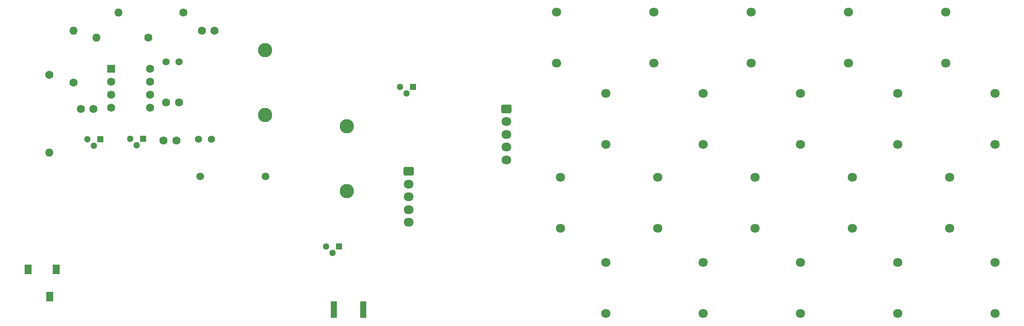
<source format=gts>
G04 #@! TF.GenerationSoftware,KiCad,Pcbnew,9.0.1*
G04 #@! TF.CreationDate,2025-04-11T16:06:49-05:00*
G04 #@! TF.ProjectId,Soundlaser,536f756e-646c-4617-9365-722e6b696361,rev?*
G04 #@! TF.SameCoordinates,Original*
G04 #@! TF.FileFunction,Soldermask,Top*
G04 #@! TF.FilePolarity,Negative*
%FSLAX46Y46*%
G04 Gerber Fmt 4.6, Leading zero omitted, Abs format (unit mm)*
G04 Created by KiCad (PCBNEW 9.0.1) date 2025-04-11 16:06:49*
%MOMM*%
%LPD*%
G01*
G04 APERTURE LIST*
G04 Aperture macros list*
%AMRoundRect*
0 Rectangle with rounded corners*
0 $1 Rounding radius*
0 $2 $3 $4 $5 $6 $7 $8 $9 X,Y pos of 4 corners*
0 Add a 4 corners polygon primitive as box body*
4,1,4,$2,$3,$4,$5,$6,$7,$8,$9,$2,$3,0*
0 Add four circle primitives for the rounded corners*
1,1,$1+$1,$2,$3*
1,1,$1+$1,$4,$5*
1,1,$1+$1,$6,$7*
1,1,$1+$1,$8,$9*
0 Add four rect primitives between the rounded corners*
20,1,$1+$1,$2,$3,$4,$5,0*
20,1,$1+$1,$4,$5,$6,$7,0*
20,1,$1+$1,$6,$7,$8,$9,0*
20,1,$1+$1,$8,$9,$2,$3,0*%
G04 Aperture macros list end*
%ADD10C,1.800000*%
%ADD11C,1.600000*%
%ADD12O,1.600000X1.600000*%
%ADD13RoundRect,0.250000X-0.550000X-0.550000X0.550000X-0.550000X0.550000X0.550000X-0.550000X0.550000X0*%
%ADD14C,1.400000*%
%ADD15RoundRect,0.250000X-0.725000X0.600000X-0.725000X-0.600000X0.725000X-0.600000X0.725000X0.600000X0*%
%ADD16O,1.950000X1.700000*%
%ADD17R,1.300000X1.300000*%
%ADD18C,1.300000*%
%ADD19C,2.800000*%
%ADD20C,0.100000*%
%ADD21R,1.400000X1.900000*%
%ADD22R,1.300000X3.200000*%
%ADD23C,1.500000*%
G04 APERTURE END LIST*
D10*
G04 #@! TO.C,LS20*
X320921250Y-165670000D03*
X320921250Y-155670000D03*
G04 #@! TD*
D11*
G04 #@! TO.C,R3*
X135702837Y-118860000D03*
D12*
X135702837Y-134100000D03*
G04 #@! TD*
D13*
G04 #@! TO.C,U1*
X147797837Y-117690000D03*
D11*
X147797837Y-120230000D03*
X147797837Y-122770000D03*
X147797837Y-125310000D03*
X155417837Y-125310000D03*
X155417837Y-122770000D03*
X155417837Y-120230000D03*
X155417837Y-117690000D03*
G04 #@! TD*
D10*
G04 #@! TO.C,LS1*
X235022250Y-116627750D03*
X235022250Y-106627750D03*
G04 #@! TD*
G04 #@! TO.C,LS15*
X292971250Y-148970000D03*
X292971250Y-138970000D03*
G04 #@! TD*
D14*
G04 #@! TO.C,C1*
X161102837Y-116400000D03*
X158602837Y-116400000D03*
G04 #@! TD*
D10*
G04 #@! TO.C,LS9*
X273122250Y-116627750D03*
X273122250Y-106627750D03*
G04 #@! TD*
D11*
G04 #@! TO.C,C5*
X160602837Y-131800000D03*
X158102837Y-131800000D03*
G04 #@! TD*
D10*
G04 #@! TO.C,LS5*
X254072250Y-116627750D03*
X254072250Y-106627750D03*
G04 #@! TD*
G04 #@! TO.C,LS16*
X301871250Y-165670000D03*
X301871250Y-155670000D03*
G04 #@! TD*
G04 #@! TO.C,LS6*
X263771250Y-132553750D03*
X263771250Y-122553750D03*
G04 #@! TD*
G04 #@! TO.C,LS13*
X292172250Y-116627750D03*
X292172250Y-106627750D03*
G04 #@! TD*
D11*
G04 #@! TO.C,C3*
X144402837Y-125600000D03*
X141902837Y-125600000D03*
G04 #@! TD*
G04 #@! TO.C,C4*
X161102837Y-124300000D03*
X158602837Y-124300000D03*
G04 #@! TD*
D14*
G04 #@! TO.C,C6*
X167452837Y-131500000D03*
X164952837Y-131500000D03*
G04 #@! TD*
D15*
G04 #@! TO.C,J3*
X206070337Y-137800000D03*
D16*
X206070337Y-140300000D03*
X206070337Y-142800000D03*
X206070337Y-145300000D03*
X206070337Y-147800000D03*
G04 #@! TD*
D17*
G04 #@! TO.C,Q4*
X154142837Y-131400000D03*
D18*
X152872837Y-132670000D03*
X151602837Y-131400000D03*
G04 #@! TD*
D11*
G04 #@! TO.C,R1*
X140502837Y-120460000D03*
D12*
X140502837Y-110300000D03*
G04 #@! TD*
D19*
G04 #@! TO.C,BT1*
X194002837Y-129000000D03*
X194002837Y-141700000D03*
G04 #@! TD*
D20*
G04 #@! TO.C,J2*
X134302837Y-166400000D03*
X134302837Y-158900000D03*
D21*
X131552837Y-157000000D03*
X137052837Y-157000000D03*
X135802837Y-162300000D03*
G04 #@! TD*
D11*
G04 #@! TO.C,C2*
X168102837Y-110300000D03*
X165602837Y-110300000D03*
G04 #@! TD*
D10*
G04 #@! TO.C,LS19*
X312021250Y-148970000D03*
X312021250Y-138970000D03*
G04 #@! TD*
G04 #@! TO.C,LS11*
X273921250Y-148970000D03*
X273921250Y-138970000D03*
G04 #@! TD*
D11*
G04 #@! TO.C,R4*
X162002837Y-106700000D03*
D12*
X149302837Y-106700000D03*
G04 #@! TD*
D22*
G04 #@! TO.C,SW1*
X197172837Y-164850000D03*
X191452837Y-164850000D03*
G04 #@! TD*
D23*
G04 #@! TO.C,BT2*
X165302837Y-138800000D03*
X178102837Y-138800000D03*
G04 #@! TD*
D10*
G04 #@! TO.C,LS17*
X311222250Y-116627750D03*
X311222250Y-106627750D03*
G04 #@! TD*
G04 #@! TO.C,LS3*
X235821250Y-148970000D03*
X235821250Y-138970000D03*
G04 #@! TD*
G04 #@! TO.C,LS10*
X282821250Y-132553750D03*
X282821250Y-122553750D03*
G04 #@! TD*
G04 #@! TO.C,LS7*
X254871250Y-148970000D03*
X254871250Y-138970000D03*
G04 #@! TD*
D19*
G04 #@! TO.C,BT3*
X178002837Y-126750000D03*
X178002837Y-114050000D03*
G04 #@! TD*
D17*
G04 #@! TO.C,Q2*
X206902837Y-121300000D03*
D18*
X205632837Y-122570000D03*
X204362837Y-121300000D03*
G04 #@! TD*
D17*
G04 #@! TO.C,Q1*
X192442837Y-152500000D03*
D18*
X191172837Y-153770000D03*
X189902837Y-152500000D03*
G04 #@! TD*
D11*
G04 #@! TO.C,R2*
X155102837Y-111600000D03*
D12*
X144942837Y-111600000D03*
G04 #@! TD*
D10*
G04 #@! TO.C,LS2*
X244721250Y-132553750D03*
X244721250Y-122553750D03*
G04 #@! TD*
G04 #@! TO.C,LS18*
X320921250Y-132553750D03*
X320921250Y-122553750D03*
G04 #@! TD*
G04 #@! TO.C,LS14*
X301871250Y-132553750D03*
X301871250Y-122553750D03*
G04 #@! TD*
G04 #@! TO.C,LS4*
X244721250Y-165670000D03*
X244721250Y-155670000D03*
G04 #@! TD*
D17*
G04 #@! TO.C,Q3*
X145742837Y-131500000D03*
D18*
X144472837Y-132770000D03*
X143202837Y-131500000D03*
G04 #@! TD*
D10*
G04 #@! TO.C,LS12*
X282821250Y-165670000D03*
X282821250Y-155670000D03*
G04 #@! TD*
G04 #@! TO.C,LS8*
X263771250Y-165670000D03*
X263771250Y-155670000D03*
G04 #@! TD*
D15*
G04 #@! TO.C,J1*
X225253750Y-125570000D03*
D16*
X225253750Y-128070000D03*
X225253750Y-130570000D03*
X225253750Y-133070000D03*
X225253750Y-135570000D03*
G04 #@! TD*
M02*

</source>
